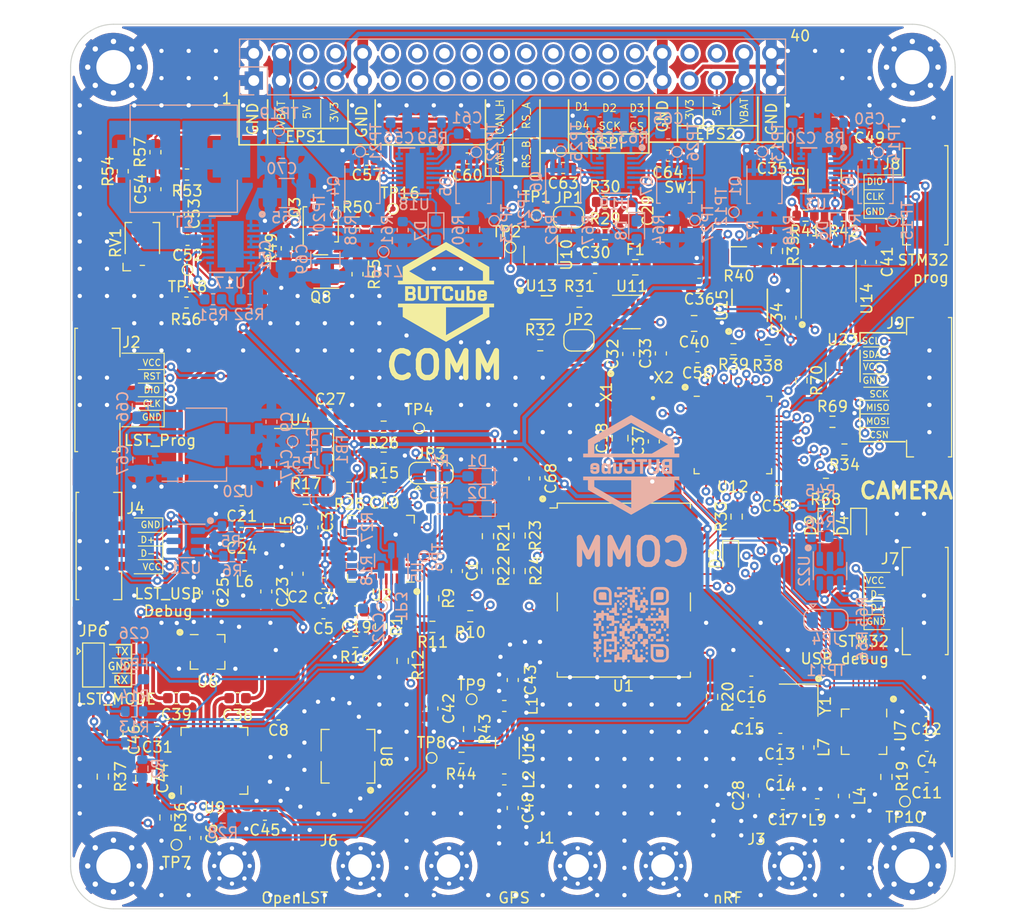
<source format=kicad_pcb>
(kicad_pcb (version 20211014) (generator pcbnew)

  (general
    (thickness 0.986)
  )

  (paper "A4")
  (layers
    (0 "F.Cu" power)
    (1 "In1.Cu" mixed)
    (2 "In2.Cu" mixed)
    (31 "B.Cu" power)
    (32 "B.Adhes" user "B.Adhesive")
    (33 "F.Adhes" user "F.Adhesive")
    (34 "B.Paste" user)
    (35 "F.Paste" user)
    (36 "B.SilkS" user "B.Silkscreen")
    (37 "F.SilkS" user "F.Silkscreen")
    (38 "B.Mask" user)
    (39 "F.Mask" user)
    (40 "Dwgs.User" user "User.Drawings")
    (41 "Cmts.User" user "User.Comments")
    (42 "Eco1.User" user "User.Eco1")
    (43 "Eco2.User" user "User.Eco2")
    (44 "Edge.Cuts" user)
    (45 "Margin" user)
    (46 "B.CrtYd" user "B.Courtyard")
    (47 "F.CrtYd" user "F.Courtyard")
    (48 "B.Fab" user)
    (49 "F.Fab" user)
    (50 "User.1" user)
    (51 "User.2" user)
    (52 "User.3" user)
    (53 "User.4" user)
    (54 "User.5" user)
    (55 "User.6" user)
    (56 "User.7" user)
    (57 "User.8" user)
    (58 "User.9" user)
  )

  (setup
    (stackup
      (layer "F.SilkS" (type "Top Silk Screen"))
      (layer "F.Paste" (type "Top Solder Paste"))
      (layer "F.Mask" (type "Top Solder Mask") (thickness 0.01))
      (layer "F.Cu" (type "copper") (thickness 0.018))
      (layer "dielectric 1" (type "core") (thickness 0.175) (material "FR4") (epsilon_r 4.5) (loss_tangent 0.02))
      (layer "In1.Cu" (type "copper") (thickness 0.035))
      (layer "dielectric 2" (type "prepreg") (thickness 0.51) (material "FR4") (epsilon_r 4.5) (loss_tangent 0.02))
      (layer "In2.Cu" (type "copper") (thickness 0.035))
      (layer "dielectric 3" (type "core") (thickness 0.175) (material "FR4") (epsilon_r 4.5) (loss_tangent 0.02))
      (layer "B.Cu" (type "copper") (thickness 0.018))
      (layer "B.Mask" (type "Bottom Solder Mask") (thickness 0.01))
      (layer "B.Paste" (type "Bottom Solder Paste"))
      (layer "B.SilkS" (type "Bottom Silk Screen"))
      (copper_finish "None")
      (dielectric_constraints no)
    )
    (pad_to_mask_clearance 0)
    (pcbplotparams
      (layerselection 0x00010fc_ffffffff)
      (disableapertmacros false)
      (usegerberextensions false)
      (usegerberattributes true)
      (usegerberadvancedattributes true)
      (creategerberjobfile true)
      (svguseinch false)
      (svgprecision 6)
      (excludeedgelayer true)
      (plotframeref false)
      (viasonmask false)
      (mode 1)
      (useauxorigin false)
      (hpglpennumber 1)
      (hpglpenspeed 20)
      (hpglpendiameter 15.000000)
      (dxfpolygonmode true)
      (dxfimperialunits true)
      (dxfusepcbnewfont true)
      (psnegative false)
      (psa4output false)
      (plotreference true)
      (plotvalue true)
      (plotinvisibletext false)
      (sketchpadsonfab false)
      (subtractmaskfromsilk false)
      (outputformat 1)
      (mirror false)
      (drillshape 1)
      (scaleselection 1)
      (outputdirectory "")
    )
  )

  (net 0 "")
  (net 1 "Net-(C1-Pad1)")
  (net 2 "GND")
  (net 3 "+3V3")
  (net 4 "/OpenLST (Beacon)/PA_VAPC")
  (net 5 "+3V8")
  (net 6 "/OpenLST (Beacon)/VDD_USB_LST")
  (net 7 "Net-(C12-Pad1)")
  (net 8 "Net-(C13-Pad2)")
  (net 9 "Net-(C15-Pad1)")
  (net 10 "Net-(C16-Pad1)")
  (net 11 "Net-(C17-Pad1)")
  (net 12 "Net-(C17-Pad2)")
  (net 13 "/MCU/MCU_POWER")
  (net 14 "Net-(C19-Pad1)")
  (net 15 "/3V3 power share/VCC_EN")
  (net 16 "Net-(C21-Pad2)")
  (net 17 "Net-(C22-Pad1)")
  (net 18 "Net-(C23-Pad2)")
  (net 19 "Net-(C24-Pad1)")
  (net 20 "Net-(C24-Pad2)")
  (net 21 "Net-(C25-Pad2)")
  (net 22 "Net-(C26-Pad1)")
  (net 23 "Net-(C29-Pad1)")
  (net 24 "/3V3 power share/EPS#1")
  (net 25 "Net-(C35-Pad2)")
  (net 26 "Net-(C38-Pad1)")
  (net 27 "Net-(C38-Pad2)")
  (net 28 "Net-(C39-Pad1)")
  (net 29 "Net-(C39-Pad2)")
  (net 30 "/MCU/VREF")
  (net 31 "Net-(C42-Pad1)")
  (net 32 "Net-(C43-Pad1)")
  (net 33 "Net-(C43-Pad2)")
  (net 34 "Net-(C45-Pad1)")
  (net 35 "Net-(C45-Pad2)")
  (net 36 "Net-(C48-Pad1)")
  (net 37 "Net-(C48-Pad2)")
  (net 38 "Net-(C49-Pad1)")
  (net 39 "/3V3 power share/EPS#2")
  (net 40 "Net-(C50-Pad1)")
  (net 41 "VIN")
  (net 42 "Net-(C52-Pad1)")
  (net 43 "Net-(C52-Pad2)")
  (net 44 "Net-(C53-Pad1)")
  (net 45 "Net-(C54-Pad1)")
  (net 46 "/Power Convertor/VBAT1/VCC_EN")
  (net 47 "/Power Convertor/EPS#1_VBAT")
  (net 48 "Net-(C57-Pad2)")
  (net 49 "Net-(C60-Pad1)")
  (net 50 "/Power Convertor/EPS#2_VBAT")
  (net 51 "Net-(C61-Pad1)")
  (net 52 "/5V power share/VCC_EN")
  (net 53 "/5V power share/EPS#1")
  (net 54 "Net-(C63-Pad2)")
  (net 55 "Net-(C64-Pad1)")
  (net 56 "/5V power share/EPS#2")
  (net 57 "Net-(C65-Pad1)")
  (net 58 "/OpenLST (Beacon)/USB_POWER_LST")
  (net 59 "Net-(D1-Pad2)")
  (net 60 "Net-(D2-Pad2)")
  (net 61 "Net-(D3-Pad1)")
  (net 62 "Net-(D4-Pad1)")
  (net 63 "/MCU/CAN_L")
  (net 64 "/MCU/CAN_H")
  (net 65 "Net-(D6-Pad1)")
  (net 66 "Net-(D6-Pad2)")
  (net 67 "Net-(D7-Pad1)")
  (net 68 "Net-(D7-Pad2)")
  (net 69 "Net-(D8-Pad1)")
  (net 70 "Net-(D8-Pad2)")
  (net 71 "Net-(D9-Pad1)")
  (net 72 "Net-(F1-Pad2)")
  (net 73 "Net-(FB1-Pad1)")
  (net 74 "/OpenLST (Beacon)/PROG_DD")
  (net 75 "/OpenLST (Beacon)/PROG_DC")
  (net 76 "/OpenLST (Beacon)/~{LST_RESET}")
  (net 77 "/MCU/USB_POWER")
  (net 78 "/MCU/SWCLK")
  (net 79 "/MCU/SWDIO")
  (net 80 "/MCU/QSPI_D1{slash}CAM_CSN")
  (net 81 "/MCU/QSPI_D2{slash}CAM_MOSI")
  (net 82 "/MCU/QSPI_D3{slash}CAM_MISO")
  (net 83 "/MCU/CAM_SCK")
  (net 84 "+5V")
  (net 85 "/I2C_SDA")
  (net 86 "/I2C_SCL")
  (net 87 "unconnected-(J12-Pad6)")
  (net 88 "unconnected-(J12-Pad8)")
  (net 89 "unconnected-(J12-Pad11)")
  (net 90 "unconnected-(J12-Pad12)")
  (net 91 "unconnected-(J12-Pad13)")
  (net 92 "unconnected-(J12-Pad14)")
  (net 93 "unconnected-(J12-Pad15)")
  (net 94 "unconnected-(J12-Pad16)")
  (net 95 "unconnected-(J12-Pad17)")
  (net 96 "unconnected-(J12-Pad18)")
  (net 97 "/MCU/RS_485_~{B}")
  (net 98 "/MCU/RS_485_A")
  (net 99 "unconnected-(J12-Pad23)")
  (net 100 "unconnected-(J12-Pad24)")
  (net 101 "/MCU/QSPI_D0")
  (net 102 "/MCU/QSPI_SCK")
  (net 103 "/MCU/QSPI_NCS")
  (net 104 "unconnected-(J12-Pad34)")
  (net 105 "unconnected-(J12-Pad36)")
  (net 106 "Net-(JP1-Pad1)")
  (net 107 "/MCU/NRST")
  (net 108 "Net-(JP2-Pad1)")
  (net 109 "Net-(JP2-Pad2)")
  (net 110 "/OpenLST (Beacon)/RF_EN")
  (net 111 "/OpenLST (Beacon)/RF_EN_MCU")
  (net 112 "/OpenLST (Beacon)/RF_PWR_EN")
  (net 113 "Net-(JP4-Pad3)")
  (net 114 "/MCU/VDD_USB")
  (net 115 "Net-(L3-Pad1)")
  (net 116 "Net-(L3-Pad2)")
  (net 117 "Net-(L4-Pad1)")
  (net 118 "Net-(L4-Pad2)")
  (net 119 "Net-(Q1-Pad5)")
  (net 120 "Net-(Q1-Pad4)")
  (net 121 "Net-(Q2-Pad4)")
  (net 122 "Net-(Q2-Pad5)")
  (net 123 "Net-(Q3-Pad4)")
  (net 124 "Net-(Q3-Pad5)")
  (net 125 "Net-(Q4-Pad5)")
  (net 126 "Net-(Q4-Pad4)")
  (net 127 "Net-(Q5-Pad4)")
  (net 128 "Net-(Q5-Pad5)")
  (net 129 "Net-(Q6-Pad5)")
  (net 130 "Net-(Q6-Pad4)")
  (net 131 "Net-(Q7-Pad4)")
  (net 132 "Net-(Q7-Pad5)")
  (net 133 "/OpenLST (Beacon)/~{LST_RX_MODE}")
  (net 134 "/OpenLST (Beacon)/LST_TX_MODE")
  (net 135 "Net-(R3-Pad2)")
  (net 136 "Net-(R4-Pad2)")
  (net 137 "Net-(R5-Pad1)")
  (net 138 "/OpenLST (Beacon)/USB_N")
  (net 139 "/OpenLST (Beacon)/USB_P")
  (net 140 "Net-(R6-Pad2)")
  (net 141 "Net-(R8-Pad2)")
  (net 142 "Net-(R9-Pad1)")
  (net 143 "/OpenLST (Beacon)/UART0_CTS")
  (net 144 "Net-(R10-Pad1)")
  (net 145 "/OpenLST (Beacon)/UART0_RTS")
  (net 146 "Net-(R11-Pad1)")
  (net 147 "/OpenLST (Beacon)/UART0_RX")
  (net 148 "Net-(R12-Pad1)")
  (net 149 "/OpenLST (Beacon)/UART0_TX")
  (net 150 "Net-(R15-Pad2)")
  (net 151 "Net-(R16-Pad2)")
  (net 152 "Net-(R17-Pad1)")
  (net 153 "Net-(R17-Pad2)")
  (net 154 "Net-(R19-Pad2)")
  (net 155 "/OpenLST (Beacon)/AN0")
  (net 156 "/OpenLST (Beacon)/AN1")
  (net 157 "Net-(R25-Pad2)")
  (net 158 "/OpenLST (Beacon)/RF_BYP")
  (net 159 "Net-(R32-Pad1)")
  (net 160 "/MCU/LED2")
  (net 161 "/MCU/CAN_RS")
  (net 162 "/MCU/RS_485_R_EN")
  (net 163 "/MCU/RS_485_T_EN")
  (net 164 "Net-(R43-Pad2)")
  (net 165 "Net-(R44-Pad1)")
  (net 166 "Net-(R44-Pad2)")
  (net 167 "Net-(R45-Pad1)")
  (net 168 "/MCU/USB_N")
  (net 169 "/MCU/USB_P")
  (net 170 "Net-(R46-Pad2)")
  (net 171 "Net-(R51-Pad2)")
  (net 172 "Net-(R52-Pad1)")
  (net 173 "Net-(R54-Pad2)")
  (net 174 "Net-(R59-Pad2)")
  (net 175 "Net-(R63-Pad2)")
  (net 176 "unconnected-(U1-Pad1)")
  (net 177 "unconnected-(U1-Pad3)")
  (net 178 "/GPS Module/IRQ")
  (net 179 "unconnected-(U1-Pad5)")
  (net 180 "unconnected-(U1-Pad6)")
  (net 181 "/GPS Module/RESET")
  (net 182 "unconnected-(U1-Pad15)")
  (net 183 "unconnected-(U1-Pad16)")
  (net 184 "unconnected-(U1-Pad17)")
  (net 185 "/GPS Module/TXD")
  (net 186 "/GPS Module/RXD")
  (net 187 "unconnected-(U2-Pad8)")
  (net 188 "unconnected-(U2-Pad18)")
  (net 189 "unconnected-(U2-Pad20)")
  (net 190 "/MCU/NRF_CE")
  (net 191 "/MCU/NRF_SPI_CSN")
  (net 192 "/MCU/NRF_SPI_SCK")
  (net 193 "/MCU/NRF_SPI_MOSI")
  (net 194 "/MCU/NRF_SPI_MISO")
  (net 195 "/MCU/NRF_IRQ")
  (net 196 "Net-(U8-Pad2)")
  (net 197 "Net-(U8-Pad6)")
  (net 198 "unconnected-(U9-Pad14)")
  (net 199 "unconnected-(U9-Pad16)")
  (net 200 "unconnected-(U9-Pad25)")
  (net 201 "unconnected-(U10-Pad3)")
  (net 202 "/MCU/WDG_RESET")
  (net 203 "unconnected-(U11-Pad3)")
  (net 204 "unconnected-(U12-Pad1)")
  (net 205 "/MCU/LSE")
  (net 206 "/MCU/HSE")
  (net 207 "/MCU/CAN_RX")
  (net 208 "/MCU/CAN_TX")
  (net 209 "unconnected-(U13-Pad3)")
  (net 210 "/MCU/RS_485_R")
  (net 211 "/MCU/RS_485_T")
  (net 212 "unconnected-(U15-Pad7)")
  (net 213 "Net-(JP6-Pad3)")
  (net 214 "/camera/CAM_VCC")
  (net 215 "Net-(R70-Pad1)")
  (net 216 "Net-(J4-Pad2)")
  (net 217 "Net-(J4-Pad3)")
  (net 218 "Net-(J7-Pad2)")
  (net 219 "Net-(J7-Pad3)")
  (net 220 "Net-(JP6-Pad1)")
  (net 221 "unconnected-(X1-Pad1)")

  (footprint "Capacitor_SMD:C_0805_2012Metric_Pad1.18x1.45mm_HandSolder" (layer "F.Cu") (at 143.1544 71.9044))

  (footprint "TCY_Buttons:KMT031NGJLHS" (layer "F.Cu") (at 141.8844 61.5881))

  (footprint "Resistor_SMD:R_0603_1608Metric" (layer "F.Cu") (at 93.853 117.983 90))

  (footprint "Resistor_SMD:R_0603_1608Metric" (layer "F.Cu") (at 157.099 61.849 180))

  (footprint "Package_DFN_QFN:QFN-20-1EP_4x4mm_P0.5mm_EP2.5x2.5mm" (layer "F.Cu") (at 159.004 109.982 -90))

  (footprint "MountingHole:MountingHole_3.2mm_M3_Pad_Via" (layer "F.Cu") (at 163.5 122.5))

  (footprint "Resistor_SMD:R_0603_1608Metric" (layer "F.Cu") (at 123.9266 91.7448 90))

  (footprint "Capacitor_SMD:C_0603_1608Metric" (layer "F.Cu") (at 94.8583 106.8505))

  (footprint "Resistor_SMD:R_1206_3216Metric" (layer "F.Cu") (at 147.32 65.659 180))

  (footprint "Inductor_SMD:L_0603_1608Metric" (layer "F.Cu") (at 103.492 90.678 -90))

  (footprint "Resistor_SMD:R_0603_1608Metric" (layer "F.Cu") (at 121.4628 112.4204))

  (footprint "MountingHole:MountingHole_3.2mm_M3_Pad_Via" (layer "F.Cu") (at 89 48))

  (footprint "Capacitor_SMD:C_0603_1608Metric" (layer "F.Cu") (at 100.965 88.392))

  (footprint "TCY_Connector:Amphenol 10114830-10104LF 1x04 Horizontal" (layer "F.Cu") (at 88.265 92.6592 -90))

  (footprint "Capacitor_SMD:C_0603_1608Metric" (layer "F.Cu") (at 128.27 86.36 90))

  (footprint "Capacitor_SMD:C_0603_1608Metric" (layer "F.Cu") (at 152.146 71.374 90))

  (footprint "Resistor_SMD:R_0603_1608Metric" (layer "F.Cu") (at 153.162 77.216 -90))

  (footprint "Capacitor_SMD:C_0603_1608Metric" (layer "F.Cu") (at 114.2492 87.2236 180))

  (footprint "Inductor_SMD:L_0603_1608Metric" (layer "F.Cu") (at 125.45 114.427 180))

  (footprint "RF_GPS:ublox_NEO" (layer "F.Cu") (at 136.6012 96.774))

  (footprint "Package_TO_SOT_SMD:SOT-23-6_Handsoldering" (layer "F.Cu") (at 157.0228 76.454 -90))

  (footprint "Capacitor_SMD:C_0603_1608Metric" (layer "F.Cu") (at 108.585 96.139 180))

  (footprint "Inductor_SMD:L_0603_1608Metric" (layer "F.Cu") (at 105.156 64.897 90))

  (footprint "Resistor_SMD:R_0603_1608Metric" (layer "F.Cu") (at 161.0868 114.1984 90))

  (footprint "Jumper:SolderJumper-2_P1.3mm_Open_RoundedPad1.0x1.5mm" (layer "F.Cu") (at 132.4108 73.4753 180))

  (footprint "Capacitor_SMD:C_0603_1608Metric" (layer "F.Cu") (at 118.745 107.823 -90))

  (footprint "Jumper:SolderJumper-2_P1.3mm_Open_RoundedPad1.0x1.5mm" (layer "F.Cu") (at 131.4456 61.9945))

  (footprint "Inductor_SMD:L_0603_1608Metric" (layer "F.Cu") (at 95.8596 58.0136))

  (footprint "Capacitor_SMD:C_0603_1608Metric" (layer "F.Cu") (at 133.9218 66.7189))

  (footprint "Capacitor_SMD:C_0603_1608Metric" (layer "F.Cu") (at 126.24 105.156 -90))

  (footprint "Capacitor_SMD:C_0603_1608Metric" (layer "F.Cu") (at 151.1938 113.538))

  (footprint "MountingHole:MountingHole_3.2mm_M3_Pad_Via" (layer "F.Cu") (at 163.5 48))

  (footprint "Resistor_SMD:R_0603_1608Metric" (layer "F.Cu") (at 111.5568 101.6 180))

  (footprint "Resistor_SMD:R_0603_1608Metric" (layer "F.Cu") (at 118.8212 97.536 -90))

  (footprint "Resistor_SMD:R_0603_1608Metric" (layer "F.Cu") (at 134.8492 60.5721))

  (footprint "Resistor_SMD:R_0603_1608Metric" (layer "F.Cu") (at 157.1752 83.6676 180))

  (footprint "Capacitor_SMD:C_0603_1608Metric" (layer "F.Cu") (at 122.0216 56.515))

  (footprint "TCY_Connector:TestPoint_Pad_D0.5mm" (layer "F.Cu") (at 122.4026 106.947))

  (footprint "Resistor_SMD:R_0603_1608Metric" (layer "F.Cu") (at 126.873 94.996 90))

  (footprint "Resistor_SMD:R_0603_1608Metric" (layer "F.Cu") (at 115.9764 103.378 -90))

  (footprint "Capacitor_SMD:C_0603_1608Metric" (layer "F.Cu") (at 139.3952 82.9056 90))

  (footprint "Resistor_SMD:R_0603_1608Metric" (layer "F.Cu") (at 110.998 87.2236))

  (footprint "Resistor_SMD:R_0603_1608Metric" (layer "F.Cu") (at 113.9444 100.1268 90))

  (footprint "footprints:iPEX" (layer "F.Cu") (at 146.25 122.5 180))

  (footprint "Capacitor_SMD:C_0603_1608Metric" (layer "F.Cu") (at 148.717 115.938 90))

  (footprint "Capacitor_SMD:C_0603_1608Metric" (layer "F.Cu") (at 164.846 114.2492 180))

  (footprint "Capacitor_SMD:C_0603_1608Metric" (layer "F.Cu") (at 112.649 56.642))

  (footprint "Inductor_SMD:L_0603_1608Metric" (layer "F.Cu") (at 153.8224 111.4552 -90))

  (footprint "Capacitor_SMD:C_0603_1608Metric" (layer "F.Cu") (at 137.414 61.3849 -90))

  (footprint "Capacitor_SMD:C_0603_1608Metric" (layer "F.Cu") (at 159.517223 56.0263))

  (footprint "Resistor_SMD:R_0603_1608Metric" (layer "F.Cu") (at 144.8308 106.7308 90))

  (footprint "Resistor_SMD:R_0603_1608Metric" (layer "F.Cu") (at 123.8758 94.996 90))

  (footprint "footprints:iPEX" (layer "F.Cu") (at 106 122.5 180))

  (footprint "Capacitor_SMD:C_0603_1608Metric" (layer "F.Cu") (at 100.952 91.44 180))

  (footprint "TCY_Connector:TestPoint_Pad_D0.5mm" (layer "F.Cu") (at 117.5004 81.6864))

  (footprint "Package_DFN_QFN:DFN-10-1EP_3x3mm_P0.5mm_EP1.55x2.48mm" (layer "F.Cu")
    (tedit 5EA4BECA) (tstamp 64263d5c-9427-4c92-a73a-afe8e63e20fb)
    (at 148.336 70.2056 90)
    (descr "10-Lead Plastic Dual Flat, No Lead Package (MF) - 3x3x0.9 mm Body [DFN] (see Microchip Packaging Specification 00000049BS.pdf)")
    (tags "DFN 0.5")
    (property "Sheetfile" "mcu_comm.kicad_sch")
    (property "Sheetname" "MCU")
    (path "/81a5172c-b171-400d-8856-41d6e486bdd1/a66e8b44-b972-4f7b-ba80-f64e58de1944")
    (attr smd)
    (fp_text reference "U15" (at 0 -2.575 90) (layer "F.SilkS")
      (effects (font (size 1 1) (thickness 0.15)))
      (tstamp af58d6aa-33e4-4da2-8ea3-2304125e31c0)
    )
    (fp_text value "MAX13430ETB+" (at 0 2.575 90) (layer "F.Fab")
      (effects (font (size 1 1) (thickness 0.15)))
      (tstamp 94937ca0-c1d9-424d-88cf-010fb503f8a5)
    )
    (fp_text user "${REFERENCE}" (at 0 0 90) (layer "F.Fab")
      (effects (font (size 0.7 0.7) (thickness 0.105)))
      (tstamp 67a55320-79e2-4952-9d6a-671cbdcfc9f7)
    )
    (fp_line (start -1.5 1.65) (end 1.5 1.65) (layer "F.SilkS") (width 0.15) (tstamp 47b3834c-8a87-4af3-9143-c88b9cd89304))
    (fp_line (start 0 -1.65) (end 1.5 -1.65) (layer "F.SilkS") (width 0.15) (tstamp adc74667-5dec-4b95-9d35-ffc7db9ad260))
    (fp_line (start -2.15 -1.85) (end -2.15 1.85) (layer "F.CrtYd") (width 0.05) (tstamp 20c401b1-c1bb-42cd-8ef2-fd89663a6cf3))
    (fp_line (start -2.15 1.85) (end 2.15 1.85) (layer "F.CrtYd") (width 0.05) (tstamp a7098063-91db-4dae-8c97-631051e8de0e))
    (fp_line (start 2.15 -1.85) (end 2.15 1.85) (layer "F.CrtYd") (width 0.05) (tstamp d1594cc0-0357-4de5-8d76-bb3a044297b2))
    (fp_line (start -2.15 -1.85) (end 2.15 -1.85) (layer "F.CrtYd") (width 0.05) (tstamp d500cfb3-be5f-4c90-8432-d0e5e29eda2a))
    (fp_line (start -1.5 -0.5) (end -0.5 -1.5) (layer "F.Fab") (width 0.15) (tstamp 4013842c-f594-4f18-a07a-785be971cdaf))
    (fp_line (start -1.5 1.5) (end -1.5 -0.5) (layer "F.Fab") (width 0.15) (tstamp 68cc97a1-6c76-411f-a28b-36162918d55d))
    (fp_line (start 1.5 1.5) (end -1.5 1.5) (layer "F.Fab") (width 0.15) (tstamp 6a2b63d3-b52c-4af8-b72e-63fe811d3d24))
    (fp_line (start 1.5 -1.5) (end 1.5 1.5) (layer "F.Fab") (width 0.15) (tstamp b6b0b082-3ad5-486d-9247-7e4db31838ef))
    (fp_line (start -0.5 -1.5) (end 1.5 -1.5) (layer "F.Fab") (width 0.15) (tstamp c40a33aa-f777-4109-9efd-12123c039897))
    (pad "" smd rect locked (at 0.3875 0.62 90) (size 0.6 1.05) (layers "F.Paste") (tstamp 13432df8-5be2-422d-b431-13bedccbff4d))
    (pad "" smd rect locked (at -0.3875 -0.62 90) (size 0.6 1.05) (layers "F.Paste") (tstamp 4be9d67c-a6f3-435e-8133-0f53bd74a878))
    (pad "" smd rect locked (at -0.3875 0.62 90) (size 0.6 1.05) (layers "F.Paste") (tstamp 5d69c
... [4121591 chars truncated]
</source>
